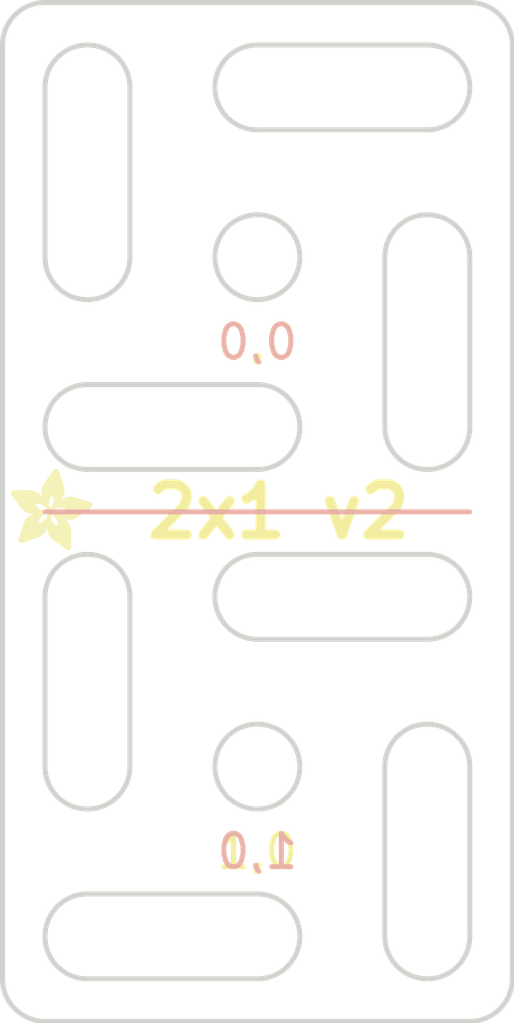
<source format=kicad_pcb>
(kicad_pcb (version 20221018) (generator pcbnew)
  (layers (0 "F.Cu" signal) (31 "B.Cu" signal) (34 "B.Paste" user) (35 "F.Paste" user) (36 "B.SilkS" user "B.Silkscreen") (37 "F.SilkS" user "F.Silkscreen") (38 "B.Mask" user) (39 "F.Mask" user) (44 "Edge.Cuts" user))
  (net 0 "")
  (footprint "ADAFRUIT_2.5MM" (layer "F.Cu") (at 25.654 41.783)
    (fp_text reference "U$4" hide)
    (fp_text value "" hide)
  )
  (gr_line (start 26.67 40.64) (end 39.37 40.64) (stroke (width 0.15)) (layer "B.SilkS"))
  (gr_line (start 39.37 48.26) (end 39.37 53.34) (stroke (width 0.15)) (layer "Edge.Cuts"))
  (gr_line (start 36.83 33.02) (end 36.83 38.1) (stroke (width 0.15)) (layer "Edge.Cuts"))
  (gr_line (start 26.67 25.4) (end 39.37 25.4) (stroke (width 0.15)) (layer "Edge.Cuts"))
  (gr_arc (start 36.83 48.26) (mid 38.1 46.99) (end 39.37 48.26) (stroke (width 0.15)) (layer "Edge.Cuts"))
  (gr_arc (start 29.21 48.26) (mid 27.94 49.53) (end 26.67 48.26) (stroke (width 0.15)) (layer "Edge.Cuts"))
  (gr_line (start 27.94 52.07) (end 33.02 52.07) (stroke (width 0.15)) (layer "Edge.Cuts"))
  (gr_arc (start 33.02 31.75) (mid 33.02 34.29) (end 33.02 31.75) (stroke (width 0.15)) (layer "Edge.Cuts"))
  (gr_line (start 39.37 33.02) (end 39.37 38.1) (stroke (width 0.15)) (layer "Edge.Cuts"))
  (gr_line (start 27.94 54.61) (end 33.02 54.61) (stroke (width 0.15)) (layer "Edge.Cuts"))
  (gr_arc (start 33.02 46.989999) (mid 33.02 49.530001) (end 33.02 46.989999) (stroke (width 0.15)) (layer "Edge.Cuts"))
  (gr_arc (start 27.94 54.61) (mid 26.67 53.34) (end 27.94 52.07) (stroke (width 0.15)) (layer "Edge.Cuts"))
  (gr_arc (start 39.37 25.4) (mid 40.268026 25.771974) (end 40.64 26.67) (stroke (width 0.15)) (layer "Edge.Cuts"))
  (gr_line (start 27.94 39.37) (end 33.02 39.37) (stroke (width 0.15)) (layer "Edge.Cuts"))
  (gr_line (start 29.21 27.94) (end 29.21 33.02) (stroke (width 0.15)) (layer "Edge.Cuts"))
  (gr_line (start 29.21 43.18) (end 29.21 48.26) (stroke (width 0.15)) (layer "Edge.Cuts"))
  (gr_arc (start 29.21 33.02) (mid 27.94 34.29) (end 26.67 33.02) (stroke (width 0.15)) (layer "Edge.Cuts"))
  (gr_arc (start 38.1 41.91) (mid 39.37 43.18) (end 38.1 44.45) (stroke (width 0.15)) (layer "Edge.Cuts"))
  (gr_arc (start 39.37 53.34) (mid 38.1 54.61) (end 36.83 53.34) (stroke (width 0.15)) (layer "Edge.Cuts"))
  (gr_arc (start 33.02 44.45) (mid 31.75 43.18) (end 33.02 41.91) (stroke (width 0.15)) (layer "Edge.Cuts"))
  (gr_line (start 36.83 48.26) (end 36.83 53.34) (stroke (width 0.15)) (layer "Edge.Cuts"))
  (gr_line (start 26.67 43.18) (end 26.67 48.26) (stroke (width 0.15)) (layer "Edge.Cuts"))
  (gr_line (start 33.02 41.91) (end 38.1 41.91) (stroke (width 0.15)) (layer "Edge.Cuts"))
  (gr_arc (start 33.02 29.21) (mid 31.75 27.94) (end 33.02 26.67) (stroke (width 0.15)) (layer "Edge.Cuts"))
  (gr_arc (start 39.37 38.1) (mid 38.1 39.37) (end 36.83 38.1) (stroke (width 0.15)) (layer "Edge.Cuts"))
  (gr_line (start 26.67 55.88) (end 39.37 55.88) (stroke (width 0.15)) (layer "Edge.Cuts"))
  (gr_line (start 27.94 36.83) (end 33.02 36.83) (stroke (width 0.15)) (layer "Edge.Cuts"))
  (gr_line (start 33.02 44.45) (end 38.1 44.45) (stroke (width 0.15)) (layer "Edge.Cuts"))
  (gr_arc (start 36.83 33.02) (mid 38.1 31.75) (end 39.37 33.02) (stroke (width 0.15)) (layer "Edge.Cuts"))
  (gr_arc (start 33.02 36.83) (mid 34.29 38.1) (end 33.02 39.37) (stroke (width 0.15)) (layer "Edge.Cuts"))
  (gr_arc (start 33.02 52.07) (mid 34.29 53.34) (end 33.02 54.61) (stroke (width 0.15)) (layer "Edge.Cuts"))
  (gr_arc (start 25.4 26.67) (mid 25.771974 25.771974) (end 26.67 25.4) (stroke (width 0.15)) (layer "Edge.Cuts"))
  (gr_arc (start 40.64 54.609999) (mid 40.268026 55.508025) (end 39.37 55.879999) (stroke (width 0.15)) (layer "Edge.Cuts"))
  (gr_arc (start 38.1 26.67) (mid 39.37 27.94) (end 38.1 29.21) (stroke (width 0.15)) (layer "Edge.Cuts"))
  (gr_line (start 33.02 29.21) (end 38.1 29.21) (stroke (width 0.15)) (layer "Edge.Cuts"))
  (gr_line (start 40.64 26.67) (end 40.64 54.609999) (stroke (width 0.15)) (layer "Edge.Cuts"))
  (gr_arc (start 26.67 43.18) (mid 27.94 41.91) (end 29.21 43.18) (stroke (width 0.15)) (layer "Edge.Cuts"))
  (gr_line (start 25.4 26.67) (end 25.4 54.609999) (stroke (width 0.15)) (layer "Edge.Cuts"))
  (gr_arc (start 26.67 27.94) (mid 27.94 26.67) (end 29.21 27.94) (stroke (width 0.15)) (layer "Edge.Cuts"))
  (gr_arc (start 27.94 39.37) (mid 26.67 38.1) (end 27.94 36.83) (stroke (width 0.15)) (layer "Edge.Cuts"))
  (gr_line (start 26.67 27.94) (end 26.67 33.02) (stroke (width 0.15)) (layer "Edge.Cuts"))
  (gr_arc (start 26.67 55.879999) (mid 25.771974 55.508025) (end 25.4 54.609999) (stroke (width 0.15)) (layer "Edge.Cuts"))
  (gr_line (start 33.02 26.67) (end 38.1 26.67) (stroke (width 0.15)) (layer "Edge.Cuts"))
  (gr_text "1,0" (at 33.02 50.8) (layer "B.SilkS") (effects (font (size 1 1)) (justify mirror)))
  (gr_text "0,0" (at 33.02 35.56) (layer "B.SilkS") (effects (font (size 1 1)) (justify mirror)))
  (gr_text "1,0" (at 33.02 50.8) (layer "F.SilkS") (effects (font (size 1 1))))
  (gr_text "0,0" (at 33.02 35.56) (layer "F.SilkS") (effects (font (size 1 1))))
  (gr_text "2x1 v2" (at 33.654999 40.64) (layer "F.SilkS") (effects (font (size 1.5 1.5) (thickness 0.3))))
)
</source>
